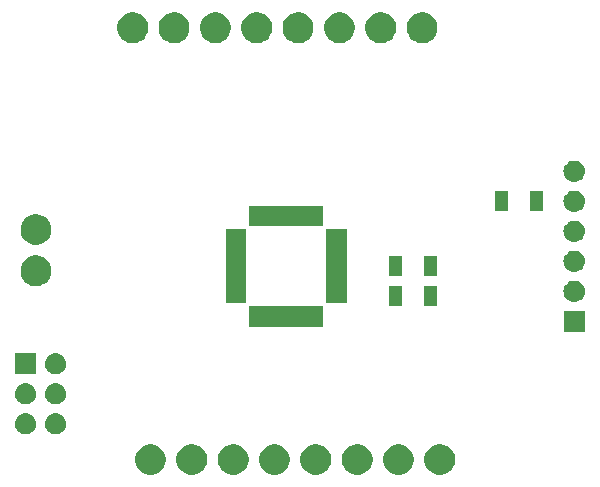
<source format=gts>
G04 #@! TF.GenerationSoftware,KiCad,Pcbnew,(5.0.1)-3*
G04 #@! TF.CreationDate,2018-10-30T14:33:32-04:00*
G04 #@! TF.ProjectId,GCEW Motor Controller MCU,47434557204D6F746F7220436F6E7472,rev?*
G04 #@! TF.SameCoordinates,Original*
G04 #@! TF.FileFunction,Soldermask,Top*
G04 #@! TF.FilePolarity,Negative*
%FSLAX46Y46*%
G04 Gerber Fmt 4.6, Leading zero omitted, Abs format (unit mm)*
G04 Created by KiCad (PCBNEW (5.0.1)-3) date 10/30/2018 2:33:32 PM*
%MOMM*%
%LPD*%
G01*
G04 APERTURE LIST*
%ADD10C,0.100000*%
G04 APERTURE END LIST*
D10*
G36*
X154379485Y-108098996D02*
X154379487Y-108098997D01*
X154379488Y-108098997D01*
X154616255Y-108197069D01*
X154829342Y-108339449D01*
X155010551Y-108520658D01*
X155152931Y-108733745D01*
X155251004Y-108970515D01*
X155301000Y-109221861D01*
X155301000Y-109478139D01*
X155251004Y-109729485D01*
X155152931Y-109966255D01*
X155010551Y-110179342D01*
X154829342Y-110360551D01*
X154829339Y-110360553D01*
X154616255Y-110502931D01*
X154379488Y-110601003D01*
X154379487Y-110601003D01*
X154379485Y-110601004D01*
X154128139Y-110651000D01*
X153871861Y-110651000D01*
X153620515Y-110601004D01*
X153620513Y-110601003D01*
X153620512Y-110601003D01*
X153383745Y-110502931D01*
X153170661Y-110360553D01*
X153170658Y-110360551D01*
X152989449Y-110179342D01*
X152847069Y-109966255D01*
X152748996Y-109729485D01*
X152699000Y-109478139D01*
X152699000Y-109221861D01*
X152748996Y-108970515D01*
X152847069Y-108733745D01*
X152989449Y-108520658D01*
X153170658Y-108339449D01*
X153383745Y-108197069D01*
X153620512Y-108098997D01*
X153620513Y-108098997D01*
X153620515Y-108098996D01*
X153871861Y-108049000D01*
X154128139Y-108049000D01*
X154379485Y-108098996D01*
X154379485Y-108098996D01*
G37*
G36*
X175379485Y-108098996D02*
X175379487Y-108098997D01*
X175379488Y-108098997D01*
X175616255Y-108197069D01*
X175829342Y-108339449D01*
X176010551Y-108520658D01*
X176152931Y-108733745D01*
X176251004Y-108970515D01*
X176301000Y-109221861D01*
X176301000Y-109478139D01*
X176251004Y-109729485D01*
X176152931Y-109966255D01*
X176010551Y-110179342D01*
X175829342Y-110360551D01*
X175829339Y-110360553D01*
X175616255Y-110502931D01*
X175379488Y-110601003D01*
X175379487Y-110601003D01*
X175379485Y-110601004D01*
X175128139Y-110651000D01*
X174871861Y-110651000D01*
X174620515Y-110601004D01*
X174620513Y-110601003D01*
X174620512Y-110601003D01*
X174383745Y-110502931D01*
X174170661Y-110360553D01*
X174170658Y-110360551D01*
X173989449Y-110179342D01*
X173847069Y-109966255D01*
X173748996Y-109729485D01*
X173699000Y-109478139D01*
X173699000Y-109221861D01*
X173748996Y-108970515D01*
X173847069Y-108733745D01*
X173989449Y-108520658D01*
X174170658Y-108339449D01*
X174383745Y-108197069D01*
X174620512Y-108098997D01*
X174620513Y-108098997D01*
X174620515Y-108098996D01*
X174871861Y-108049000D01*
X175128139Y-108049000D01*
X175379485Y-108098996D01*
X175379485Y-108098996D01*
G37*
G36*
X178879485Y-108098996D02*
X178879487Y-108098997D01*
X178879488Y-108098997D01*
X179116255Y-108197069D01*
X179329342Y-108339449D01*
X179510551Y-108520658D01*
X179652931Y-108733745D01*
X179751004Y-108970515D01*
X179801000Y-109221861D01*
X179801000Y-109478139D01*
X179751004Y-109729485D01*
X179652931Y-109966255D01*
X179510551Y-110179342D01*
X179329342Y-110360551D01*
X179329339Y-110360553D01*
X179116255Y-110502931D01*
X178879488Y-110601003D01*
X178879487Y-110601003D01*
X178879485Y-110601004D01*
X178628139Y-110651000D01*
X178371861Y-110651000D01*
X178120515Y-110601004D01*
X178120513Y-110601003D01*
X178120512Y-110601003D01*
X177883745Y-110502931D01*
X177670661Y-110360553D01*
X177670658Y-110360551D01*
X177489449Y-110179342D01*
X177347069Y-109966255D01*
X177248996Y-109729485D01*
X177199000Y-109478139D01*
X177199000Y-109221861D01*
X177248996Y-108970515D01*
X177347069Y-108733745D01*
X177489449Y-108520658D01*
X177670658Y-108339449D01*
X177883745Y-108197069D01*
X178120512Y-108098997D01*
X178120513Y-108098997D01*
X178120515Y-108098996D01*
X178371861Y-108049000D01*
X178628139Y-108049000D01*
X178879485Y-108098996D01*
X178879485Y-108098996D01*
G37*
G36*
X171879485Y-108098996D02*
X171879487Y-108098997D01*
X171879488Y-108098997D01*
X172116255Y-108197069D01*
X172329342Y-108339449D01*
X172510551Y-108520658D01*
X172652931Y-108733745D01*
X172751004Y-108970515D01*
X172801000Y-109221861D01*
X172801000Y-109478139D01*
X172751004Y-109729485D01*
X172652931Y-109966255D01*
X172510551Y-110179342D01*
X172329342Y-110360551D01*
X172329339Y-110360553D01*
X172116255Y-110502931D01*
X171879488Y-110601003D01*
X171879487Y-110601003D01*
X171879485Y-110601004D01*
X171628139Y-110651000D01*
X171371861Y-110651000D01*
X171120515Y-110601004D01*
X171120513Y-110601003D01*
X171120512Y-110601003D01*
X170883745Y-110502931D01*
X170670661Y-110360553D01*
X170670658Y-110360551D01*
X170489449Y-110179342D01*
X170347069Y-109966255D01*
X170248996Y-109729485D01*
X170199000Y-109478139D01*
X170199000Y-109221861D01*
X170248996Y-108970515D01*
X170347069Y-108733745D01*
X170489449Y-108520658D01*
X170670658Y-108339449D01*
X170883745Y-108197069D01*
X171120512Y-108098997D01*
X171120513Y-108098997D01*
X171120515Y-108098996D01*
X171371861Y-108049000D01*
X171628139Y-108049000D01*
X171879485Y-108098996D01*
X171879485Y-108098996D01*
G37*
G36*
X168379485Y-108098996D02*
X168379487Y-108098997D01*
X168379488Y-108098997D01*
X168616255Y-108197069D01*
X168829342Y-108339449D01*
X169010551Y-108520658D01*
X169152931Y-108733745D01*
X169251004Y-108970515D01*
X169301000Y-109221861D01*
X169301000Y-109478139D01*
X169251004Y-109729485D01*
X169152931Y-109966255D01*
X169010551Y-110179342D01*
X168829342Y-110360551D01*
X168829339Y-110360553D01*
X168616255Y-110502931D01*
X168379488Y-110601003D01*
X168379487Y-110601003D01*
X168379485Y-110601004D01*
X168128139Y-110651000D01*
X167871861Y-110651000D01*
X167620515Y-110601004D01*
X167620513Y-110601003D01*
X167620512Y-110601003D01*
X167383745Y-110502931D01*
X167170661Y-110360553D01*
X167170658Y-110360551D01*
X166989449Y-110179342D01*
X166847069Y-109966255D01*
X166748996Y-109729485D01*
X166699000Y-109478139D01*
X166699000Y-109221861D01*
X166748996Y-108970515D01*
X166847069Y-108733745D01*
X166989449Y-108520658D01*
X167170658Y-108339449D01*
X167383745Y-108197069D01*
X167620512Y-108098997D01*
X167620513Y-108098997D01*
X167620515Y-108098996D01*
X167871861Y-108049000D01*
X168128139Y-108049000D01*
X168379485Y-108098996D01*
X168379485Y-108098996D01*
G37*
G36*
X164879485Y-108098996D02*
X164879487Y-108098997D01*
X164879488Y-108098997D01*
X165116255Y-108197069D01*
X165329342Y-108339449D01*
X165510551Y-108520658D01*
X165652931Y-108733745D01*
X165751004Y-108970515D01*
X165801000Y-109221861D01*
X165801000Y-109478139D01*
X165751004Y-109729485D01*
X165652931Y-109966255D01*
X165510551Y-110179342D01*
X165329342Y-110360551D01*
X165329339Y-110360553D01*
X165116255Y-110502931D01*
X164879488Y-110601003D01*
X164879487Y-110601003D01*
X164879485Y-110601004D01*
X164628139Y-110651000D01*
X164371861Y-110651000D01*
X164120515Y-110601004D01*
X164120513Y-110601003D01*
X164120512Y-110601003D01*
X163883745Y-110502931D01*
X163670661Y-110360553D01*
X163670658Y-110360551D01*
X163489449Y-110179342D01*
X163347069Y-109966255D01*
X163248996Y-109729485D01*
X163199000Y-109478139D01*
X163199000Y-109221861D01*
X163248996Y-108970515D01*
X163347069Y-108733745D01*
X163489449Y-108520658D01*
X163670658Y-108339449D01*
X163883745Y-108197069D01*
X164120512Y-108098997D01*
X164120513Y-108098997D01*
X164120515Y-108098996D01*
X164371861Y-108049000D01*
X164628139Y-108049000D01*
X164879485Y-108098996D01*
X164879485Y-108098996D01*
G37*
G36*
X161379485Y-108098996D02*
X161379487Y-108098997D01*
X161379488Y-108098997D01*
X161616255Y-108197069D01*
X161829342Y-108339449D01*
X162010551Y-108520658D01*
X162152931Y-108733745D01*
X162251004Y-108970515D01*
X162301000Y-109221861D01*
X162301000Y-109478139D01*
X162251004Y-109729485D01*
X162152931Y-109966255D01*
X162010551Y-110179342D01*
X161829342Y-110360551D01*
X161829339Y-110360553D01*
X161616255Y-110502931D01*
X161379488Y-110601003D01*
X161379487Y-110601003D01*
X161379485Y-110601004D01*
X161128139Y-110651000D01*
X160871861Y-110651000D01*
X160620515Y-110601004D01*
X160620513Y-110601003D01*
X160620512Y-110601003D01*
X160383745Y-110502931D01*
X160170661Y-110360553D01*
X160170658Y-110360551D01*
X159989449Y-110179342D01*
X159847069Y-109966255D01*
X159748996Y-109729485D01*
X159699000Y-109478139D01*
X159699000Y-109221861D01*
X159748996Y-108970515D01*
X159847069Y-108733745D01*
X159989449Y-108520658D01*
X160170658Y-108339449D01*
X160383745Y-108197069D01*
X160620512Y-108098997D01*
X160620513Y-108098997D01*
X160620515Y-108098996D01*
X160871861Y-108049000D01*
X161128139Y-108049000D01*
X161379485Y-108098996D01*
X161379485Y-108098996D01*
G37*
G36*
X157879485Y-108098996D02*
X157879487Y-108098997D01*
X157879488Y-108098997D01*
X158116255Y-108197069D01*
X158329342Y-108339449D01*
X158510551Y-108520658D01*
X158652931Y-108733745D01*
X158751004Y-108970515D01*
X158801000Y-109221861D01*
X158801000Y-109478139D01*
X158751004Y-109729485D01*
X158652931Y-109966255D01*
X158510551Y-110179342D01*
X158329342Y-110360551D01*
X158329339Y-110360553D01*
X158116255Y-110502931D01*
X157879488Y-110601003D01*
X157879487Y-110601003D01*
X157879485Y-110601004D01*
X157628139Y-110651000D01*
X157371861Y-110651000D01*
X157120515Y-110601004D01*
X157120513Y-110601003D01*
X157120512Y-110601003D01*
X156883745Y-110502931D01*
X156670661Y-110360553D01*
X156670658Y-110360551D01*
X156489449Y-110179342D01*
X156347069Y-109966255D01*
X156248996Y-109729485D01*
X156199000Y-109478139D01*
X156199000Y-109221861D01*
X156248996Y-108970515D01*
X156347069Y-108733745D01*
X156489449Y-108520658D01*
X156670658Y-108339449D01*
X156883745Y-108197069D01*
X157120512Y-108098997D01*
X157120513Y-108098997D01*
X157120515Y-108098996D01*
X157371861Y-108049000D01*
X157628139Y-108049000D01*
X157879485Y-108098996D01*
X157879485Y-108098996D01*
G37*
G36*
X143535443Y-105420519D02*
X143601627Y-105427037D01*
X143714853Y-105461384D01*
X143771467Y-105478557D01*
X143910087Y-105552652D01*
X143927991Y-105562222D01*
X143963729Y-105591552D01*
X144065186Y-105674814D01*
X144148448Y-105776271D01*
X144177778Y-105812009D01*
X144177779Y-105812011D01*
X144261443Y-105968533D01*
X144261443Y-105968534D01*
X144312963Y-106138373D01*
X144330359Y-106315000D01*
X144312963Y-106491627D01*
X144278616Y-106604853D01*
X144261443Y-106661467D01*
X144187348Y-106800087D01*
X144177778Y-106817991D01*
X144148448Y-106853729D01*
X144065186Y-106955186D01*
X143963729Y-107038448D01*
X143927991Y-107067778D01*
X143927989Y-107067779D01*
X143771467Y-107151443D01*
X143714853Y-107168616D01*
X143601627Y-107202963D01*
X143535442Y-107209482D01*
X143469260Y-107216000D01*
X143380740Y-107216000D01*
X143314558Y-107209482D01*
X143248373Y-107202963D01*
X143135147Y-107168616D01*
X143078533Y-107151443D01*
X142922011Y-107067779D01*
X142922009Y-107067778D01*
X142886271Y-107038448D01*
X142784814Y-106955186D01*
X142701552Y-106853729D01*
X142672222Y-106817991D01*
X142662652Y-106800087D01*
X142588557Y-106661467D01*
X142571384Y-106604853D01*
X142537037Y-106491627D01*
X142519641Y-106315000D01*
X142537037Y-106138373D01*
X142588557Y-105968534D01*
X142588557Y-105968533D01*
X142672221Y-105812011D01*
X142672222Y-105812009D01*
X142701552Y-105776271D01*
X142784814Y-105674814D01*
X142886271Y-105591552D01*
X142922009Y-105562222D01*
X142939913Y-105552652D01*
X143078533Y-105478557D01*
X143135147Y-105461384D01*
X143248373Y-105427037D01*
X143314557Y-105420519D01*
X143380740Y-105414000D01*
X143469260Y-105414000D01*
X143535443Y-105420519D01*
X143535443Y-105420519D01*
G37*
G36*
X146075443Y-105420519D02*
X146141627Y-105427037D01*
X146254853Y-105461384D01*
X146311467Y-105478557D01*
X146450087Y-105552652D01*
X146467991Y-105562222D01*
X146503729Y-105591552D01*
X146605186Y-105674814D01*
X146688448Y-105776271D01*
X146717778Y-105812009D01*
X146717779Y-105812011D01*
X146801443Y-105968533D01*
X146801443Y-105968534D01*
X146852963Y-106138373D01*
X146870359Y-106315000D01*
X146852963Y-106491627D01*
X146818616Y-106604853D01*
X146801443Y-106661467D01*
X146727348Y-106800087D01*
X146717778Y-106817991D01*
X146688448Y-106853729D01*
X146605186Y-106955186D01*
X146503729Y-107038448D01*
X146467991Y-107067778D01*
X146467989Y-107067779D01*
X146311467Y-107151443D01*
X146254853Y-107168616D01*
X146141627Y-107202963D01*
X146075442Y-107209482D01*
X146009260Y-107216000D01*
X145920740Y-107216000D01*
X145854558Y-107209482D01*
X145788373Y-107202963D01*
X145675147Y-107168616D01*
X145618533Y-107151443D01*
X145462011Y-107067779D01*
X145462009Y-107067778D01*
X145426271Y-107038448D01*
X145324814Y-106955186D01*
X145241552Y-106853729D01*
X145212222Y-106817991D01*
X145202652Y-106800087D01*
X145128557Y-106661467D01*
X145111384Y-106604853D01*
X145077037Y-106491627D01*
X145059641Y-106315000D01*
X145077037Y-106138373D01*
X145128557Y-105968534D01*
X145128557Y-105968533D01*
X145212221Y-105812011D01*
X145212222Y-105812009D01*
X145241552Y-105776271D01*
X145324814Y-105674814D01*
X145426271Y-105591552D01*
X145462009Y-105562222D01*
X145479913Y-105552652D01*
X145618533Y-105478557D01*
X145675147Y-105461384D01*
X145788373Y-105427037D01*
X145854557Y-105420519D01*
X145920740Y-105414000D01*
X146009260Y-105414000D01*
X146075443Y-105420519D01*
X146075443Y-105420519D01*
G37*
G36*
X146075443Y-102880519D02*
X146141627Y-102887037D01*
X146254853Y-102921384D01*
X146311467Y-102938557D01*
X146450087Y-103012652D01*
X146467991Y-103022222D01*
X146503729Y-103051552D01*
X146605186Y-103134814D01*
X146688448Y-103236271D01*
X146717778Y-103272009D01*
X146717779Y-103272011D01*
X146801443Y-103428533D01*
X146801443Y-103428534D01*
X146852963Y-103598373D01*
X146870359Y-103775000D01*
X146852963Y-103951627D01*
X146818616Y-104064853D01*
X146801443Y-104121467D01*
X146727348Y-104260087D01*
X146717778Y-104277991D01*
X146688448Y-104313729D01*
X146605186Y-104415186D01*
X146503729Y-104498448D01*
X146467991Y-104527778D01*
X146467989Y-104527779D01*
X146311467Y-104611443D01*
X146254853Y-104628616D01*
X146141627Y-104662963D01*
X146075443Y-104669481D01*
X146009260Y-104676000D01*
X145920740Y-104676000D01*
X145854558Y-104669482D01*
X145788373Y-104662963D01*
X145675147Y-104628616D01*
X145618533Y-104611443D01*
X145462011Y-104527779D01*
X145462009Y-104527778D01*
X145426271Y-104498448D01*
X145324814Y-104415186D01*
X145241552Y-104313729D01*
X145212222Y-104277991D01*
X145202652Y-104260087D01*
X145128557Y-104121467D01*
X145111384Y-104064853D01*
X145077037Y-103951627D01*
X145059641Y-103775000D01*
X145077037Y-103598373D01*
X145128557Y-103428534D01*
X145128557Y-103428533D01*
X145212221Y-103272011D01*
X145212222Y-103272009D01*
X145241552Y-103236271D01*
X145324814Y-103134814D01*
X145426271Y-103051552D01*
X145462009Y-103022222D01*
X145479913Y-103012652D01*
X145618533Y-102938557D01*
X145675147Y-102921384D01*
X145788373Y-102887037D01*
X145854558Y-102880518D01*
X145920740Y-102874000D01*
X146009260Y-102874000D01*
X146075443Y-102880519D01*
X146075443Y-102880519D01*
G37*
G36*
X143535443Y-102880519D02*
X143601627Y-102887037D01*
X143714853Y-102921384D01*
X143771467Y-102938557D01*
X143910087Y-103012652D01*
X143927991Y-103022222D01*
X143963729Y-103051552D01*
X144065186Y-103134814D01*
X144148448Y-103236271D01*
X144177778Y-103272009D01*
X144177779Y-103272011D01*
X144261443Y-103428533D01*
X144261443Y-103428534D01*
X144312963Y-103598373D01*
X144330359Y-103775000D01*
X144312963Y-103951627D01*
X144278616Y-104064853D01*
X144261443Y-104121467D01*
X144187348Y-104260087D01*
X144177778Y-104277991D01*
X144148448Y-104313729D01*
X144065186Y-104415186D01*
X143963729Y-104498448D01*
X143927991Y-104527778D01*
X143927989Y-104527779D01*
X143771467Y-104611443D01*
X143714853Y-104628616D01*
X143601627Y-104662963D01*
X143535443Y-104669481D01*
X143469260Y-104676000D01*
X143380740Y-104676000D01*
X143314558Y-104669482D01*
X143248373Y-104662963D01*
X143135147Y-104628616D01*
X143078533Y-104611443D01*
X142922011Y-104527779D01*
X142922009Y-104527778D01*
X142886271Y-104498448D01*
X142784814Y-104415186D01*
X142701552Y-104313729D01*
X142672222Y-104277991D01*
X142662652Y-104260087D01*
X142588557Y-104121467D01*
X142571384Y-104064853D01*
X142537037Y-103951627D01*
X142519641Y-103775000D01*
X142537037Y-103598373D01*
X142588557Y-103428534D01*
X142588557Y-103428533D01*
X142672221Y-103272011D01*
X142672222Y-103272009D01*
X142701552Y-103236271D01*
X142784814Y-103134814D01*
X142886271Y-103051552D01*
X142922009Y-103022222D01*
X142939913Y-103012652D01*
X143078533Y-102938557D01*
X143135147Y-102921384D01*
X143248373Y-102887037D01*
X143314558Y-102880518D01*
X143380740Y-102874000D01*
X143469260Y-102874000D01*
X143535443Y-102880519D01*
X143535443Y-102880519D01*
G37*
G36*
X146075442Y-100340518D02*
X146141627Y-100347037D01*
X146254853Y-100381384D01*
X146311467Y-100398557D01*
X146450087Y-100472652D01*
X146467991Y-100482222D01*
X146503729Y-100511552D01*
X146605186Y-100594814D01*
X146688448Y-100696271D01*
X146717778Y-100732009D01*
X146717779Y-100732011D01*
X146801443Y-100888533D01*
X146801443Y-100888534D01*
X146852963Y-101058373D01*
X146870359Y-101235000D01*
X146852963Y-101411627D01*
X146818616Y-101524853D01*
X146801443Y-101581467D01*
X146727348Y-101720087D01*
X146717778Y-101737991D01*
X146688448Y-101773729D01*
X146605186Y-101875186D01*
X146503729Y-101958448D01*
X146467991Y-101987778D01*
X146467989Y-101987779D01*
X146311467Y-102071443D01*
X146254853Y-102088616D01*
X146141627Y-102122963D01*
X146075442Y-102129482D01*
X146009260Y-102136000D01*
X145920740Y-102136000D01*
X145854558Y-102129482D01*
X145788373Y-102122963D01*
X145675147Y-102088616D01*
X145618533Y-102071443D01*
X145462011Y-101987779D01*
X145462009Y-101987778D01*
X145426271Y-101958448D01*
X145324814Y-101875186D01*
X145241552Y-101773729D01*
X145212222Y-101737991D01*
X145202652Y-101720087D01*
X145128557Y-101581467D01*
X145111384Y-101524853D01*
X145077037Y-101411627D01*
X145059641Y-101235000D01*
X145077037Y-101058373D01*
X145128557Y-100888534D01*
X145128557Y-100888533D01*
X145212221Y-100732011D01*
X145212222Y-100732009D01*
X145241552Y-100696271D01*
X145324814Y-100594814D01*
X145426271Y-100511552D01*
X145462009Y-100482222D01*
X145479913Y-100472652D01*
X145618533Y-100398557D01*
X145675147Y-100381384D01*
X145788373Y-100347037D01*
X145854558Y-100340518D01*
X145920740Y-100334000D01*
X146009260Y-100334000D01*
X146075442Y-100340518D01*
X146075442Y-100340518D01*
G37*
G36*
X144326000Y-102136000D02*
X142524000Y-102136000D01*
X142524000Y-100334000D01*
X144326000Y-100334000D01*
X144326000Y-102136000D01*
X144326000Y-102136000D01*
G37*
G36*
X190776000Y-98551000D02*
X188974000Y-98551000D01*
X188974000Y-96749000D01*
X190776000Y-96749000D01*
X190776000Y-98551000D01*
X190776000Y-98551000D01*
G37*
G36*
X168626000Y-98101000D02*
X162374000Y-98101000D01*
X162374000Y-96399000D01*
X168626000Y-96399000D01*
X168626000Y-98101000D01*
X168626000Y-98101000D01*
G37*
G36*
X175301000Y-96351000D02*
X174199000Y-96351000D01*
X174199000Y-94649000D01*
X175301000Y-94649000D01*
X175301000Y-96351000D01*
X175301000Y-96351000D01*
G37*
G36*
X178301000Y-96351000D02*
X177199000Y-96351000D01*
X177199000Y-94649000D01*
X178301000Y-94649000D01*
X178301000Y-96351000D01*
X178301000Y-96351000D01*
G37*
G36*
X170601000Y-96126000D02*
X168899000Y-96126000D01*
X168899000Y-89874000D01*
X170601000Y-89874000D01*
X170601000Y-96126000D01*
X170601000Y-96126000D01*
G37*
G36*
X162101000Y-96126000D02*
X160399000Y-96126000D01*
X160399000Y-89874000D01*
X162101000Y-89874000D01*
X162101000Y-96126000D01*
X162101000Y-96126000D01*
G37*
G36*
X189985442Y-94215518D02*
X190051627Y-94222037D01*
X190164853Y-94256384D01*
X190221467Y-94273557D01*
X190360087Y-94347652D01*
X190377991Y-94357222D01*
X190412510Y-94385551D01*
X190515186Y-94469814D01*
X190598448Y-94571271D01*
X190627778Y-94607009D01*
X190627779Y-94607011D01*
X190711443Y-94763533D01*
X190711443Y-94763534D01*
X190762963Y-94933373D01*
X190780359Y-95110000D01*
X190762963Y-95286627D01*
X190751019Y-95326000D01*
X190711443Y-95456467D01*
X190702071Y-95474000D01*
X190627778Y-95612991D01*
X190598448Y-95648729D01*
X190515186Y-95750186D01*
X190413729Y-95833448D01*
X190377991Y-95862778D01*
X190377989Y-95862779D01*
X190221467Y-95946443D01*
X190164853Y-95963616D01*
X190051627Y-95997963D01*
X189985443Y-96004481D01*
X189919260Y-96011000D01*
X189830740Y-96011000D01*
X189764558Y-96004482D01*
X189698373Y-95997963D01*
X189585147Y-95963616D01*
X189528533Y-95946443D01*
X189372011Y-95862779D01*
X189372009Y-95862778D01*
X189336271Y-95833448D01*
X189234814Y-95750186D01*
X189151552Y-95648729D01*
X189122222Y-95612991D01*
X189047929Y-95474000D01*
X189038557Y-95456467D01*
X188998981Y-95326000D01*
X188987037Y-95286627D01*
X188969641Y-95110000D01*
X188987037Y-94933373D01*
X189038557Y-94763534D01*
X189038557Y-94763533D01*
X189122221Y-94607011D01*
X189122222Y-94607009D01*
X189151552Y-94571271D01*
X189234814Y-94469814D01*
X189337490Y-94385551D01*
X189372009Y-94357222D01*
X189389913Y-94347652D01*
X189528533Y-94273557D01*
X189585147Y-94256384D01*
X189698373Y-94222037D01*
X189764557Y-94215519D01*
X189830740Y-94209000D01*
X189919260Y-94209000D01*
X189985442Y-94215518D01*
X189985442Y-94215518D01*
G37*
G36*
X144679485Y-92123996D02*
X144679487Y-92123997D01*
X144679488Y-92123997D01*
X144916255Y-92222069D01*
X145129342Y-92364449D01*
X145310551Y-92545658D01*
X145310553Y-92545661D01*
X145452931Y-92758745D01*
X145518262Y-92916467D01*
X145551004Y-92995515D01*
X145601000Y-93246861D01*
X145601000Y-93503137D01*
X145551003Y-93754488D01*
X145452931Y-93991255D01*
X145310551Y-94204342D01*
X145129342Y-94385551D01*
X145129339Y-94385553D01*
X144916255Y-94527931D01*
X144679488Y-94626003D01*
X144679487Y-94626003D01*
X144679485Y-94626004D01*
X144428139Y-94676000D01*
X144171861Y-94676000D01*
X143920515Y-94626004D01*
X143920513Y-94626003D01*
X143920512Y-94626003D01*
X143683745Y-94527931D01*
X143470661Y-94385553D01*
X143470658Y-94385551D01*
X143289449Y-94204342D01*
X143147069Y-93991255D01*
X143048997Y-93754488D01*
X142999000Y-93503137D01*
X142999000Y-93246861D01*
X143048996Y-92995515D01*
X143081739Y-92916467D01*
X143147069Y-92758745D01*
X143289447Y-92545661D01*
X143289449Y-92545658D01*
X143470658Y-92364449D01*
X143683745Y-92222069D01*
X143920512Y-92123997D01*
X143920513Y-92123997D01*
X143920515Y-92123996D01*
X144171861Y-92074000D01*
X144428139Y-92074000D01*
X144679485Y-92123996D01*
X144679485Y-92123996D01*
G37*
G36*
X175301000Y-93851000D02*
X174199000Y-93851000D01*
X174199000Y-92149000D01*
X175301000Y-92149000D01*
X175301000Y-93851000D01*
X175301000Y-93851000D01*
G37*
G36*
X178301000Y-93851000D02*
X177199000Y-93851000D01*
X177199000Y-92149000D01*
X178301000Y-92149000D01*
X178301000Y-93851000D01*
X178301000Y-93851000D01*
G37*
G36*
X189985442Y-91675518D02*
X190051627Y-91682037D01*
X190164853Y-91716384D01*
X190221467Y-91733557D01*
X190360087Y-91807652D01*
X190377991Y-91817222D01*
X190413729Y-91846552D01*
X190515186Y-91929814D01*
X190598448Y-92031271D01*
X190627778Y-92067009D01*
X190627779Y-92067011D01*
X190711443Y-92223533D01*
X190711443Y-92223534D01*
X190762963Y-92393373D01*
X190780359Y-92570000D01*
X190762963Y-92746627D01*
X190759287Y-92758745D01*
X190711443Y-92916467D01*
X190706347Y-92926000D01*
X190627778Y-93072991D01*
X190598448Y-93108729D01*
X190515186Y-93210186D01*
X190413729Y-93293448D01*
X190377991Y-93322778D01*
X190377989Y-93322779D01*
X190221467Y-93406443D01*
X190164853Y-93423616D01*
X190051627Y-93457963D01*
X189985442Y-93464482D01*
X189919260Y-93471000D01*
X189830740Y-93471000D01*
X189764558Y-93464482D01*
X189698373Y-93457963D01*
X189585147Y-93423616D01*
X189528533Y-93406443D01*
X189372011Y-93322779D01*
X189372009Y-93322778D01*
X189336271Y-93293448D01*
X189234814Y-93210186D01*
X189151552Y-93108729D01*
X189122222Y-93072991D01*
X189043653Y-92926000D01*
X189038557Y-92916467D01*
X188990713Y-92758745D01*
X188987037Y-92746627D01*
X188969641Y-92570000D01*
X188987037Y-92393373D01*
X189038557Y-92223534D01*
X189038557Y-92223533D01*
X189122221Y-92067011D01*
X189122222Y-92067009D01*
X189151552Y-92031271D01*
X189234814Y-91929814D01*
X189336271Y-91846552D01*
X189372009Y-91817222D01*
X189389913Y-91807652D01*
X189528533Y-91733557D01*
X189585147Y-91716384D01*
X189698373Y-91682037D01*
X189764558Y-91675518D01*
X189830740Y-91669000D01*
X189919260Y-91669000D01*
X189985442Y-91675518D01*
X189985442Y-91675518D01*
G37*
G36*
X144679485Y-88623996D02*
X144679487Y-88623997D01*
X144679488Y-88623997D01*
X144916255Y-88722069D01*
X145129342Y-88864449D01*
X145310551Y-89045658D01*
X145310553Y-89045661D01*
X145452931Y-89258745D01*
X145507222Y-89389814D01*
X145551004Y-89495515D01*
X145601000Y-89746861D01*
X145601000Y-90003139D01*
X145551004Y-90254485D01*
X145452931Y-90491255D01*
X145310551Y-90704342D01*
X145129342Y-90885551D01*
X145129339Y-90885553D01*
X144916255Y-91027931D01*
X144679488Y-91126003D01*
X144679487Y-91126003D01*
X144679485Y-91126004D01*
X144428139Y-91176000D01*
X144171861Y-91176000D01*
X143920515Y-91126004D01*
X143920513Y-91126003D01*
X143920512Y-91126003D01*
X143683745Y-91027931D01*
X143470661Y-90885553D01*
X143470658Y-90885551D01*
X143289449Y-90704342D01*
X143147069Y-90491255D01*
X143048996Y-90254485D01*
X142999000Y-90003139D01*
X142999000Y-89746861D01*
X143048996Y-89495515D01*
X143092779Y-89389814D01*
X143147069Y-89258745D01*
X143289447Y-89045661D01*
X143289449Y-89045658D01*
X143470658Y-88864449D01*
X143683745Y-88722069D01*
X143920512Y-88623997D01*
X143920513Y-88623997D01*
X143920515Y-88623996D01*
X144171861Y-88574000D01*
X144428139Y-88574000D01*
X144679485Y-88623996D01*
X144679485Y-88623996D01*
G37*
G36*
X189985442Y-89135518D02*
X190051627Y-89142037D01*
X190164853Y-89176384D01*
X190221467Y-89193557D01*
X190343423Y-89258745D01*
X190377991Y-89277222D01*
X190413729Y-89306552D01*
X190515186Y-89389814D01*
X190598448Y-89491271D01*
X190627778Y-89527009D01*
X190627779Y-89527011D01*
X190711443Y-89683533D01*
X190711443Y-89683534D01*
X190762963Y-89853373D01*
X190780359Y-90030000D01*
X190762963Y-90206627D01*
X190728616Y-90319853D01*
X190711443Y-90376467D01*
X190650087Y-90491255D01*
X190627778Y-90532991D01*
X190598448Y-90568729D01*
X190515186Y-90670186D01*
X190413729Y-90753448D01*
X190377991Y-90782778D01*
X190377989Y-90782779D01*
X190221467Y-90866443D01*
X190164853Y-90883616D01*
X190051627Y-90917963D01*
X189985442Y-90924482D01*
X189919260Y-90931000D01*
X189830740Y-90931000D01*
X189764557Y-90924481D01*
X189698373Y-90917963D01*
X189585147Y-90883616D01*
X189528533Y-90866443D01*
X189372011Y-90782779D01*
X189372009Y-90782778D01*
X189336271Y-90753448D01*
X189234814Y-90670186D01*
X189151552Y-90568729D01*
X189122222Y-90532991D01*
X189099913Y-90491255D01*
X189038557Y-90376467D01*
X189021384Y-90319853D01*
X188987037Y-90206627D01*
X188969641Y-90030000D01*
X188987037Y-89853373D01*
X189038557Y-89683534D01*
X189038557Y-89683533D01*
X189122221Y-89527011D01*
X189122222Y-89527009D01*
X189151552Y-89491271D01*
X189234814Y-89389814D01*
X189336271Y-89306552D01*
X189372009Y-89277222D01*
X189406577Y-89258745D01*
X189528533Y-89193557D01*
X189585147Y-89176384D01*
X189698373Y-89142037D01*
X189764557Y-89135519D01*
X189830740Y-89129000D01*
X189919260Y-89129000D01*
X189985442Y-89135518D01*
X189985442Y-89135518D01*
G37*
G36*
X168626000Y-89601000D02*
X162374000Y-89601000D01*
X162374000Y-87899000D01*
X168626000Y-87899000D01*
X168626000Y-89601000D01*
X168626000Y-89601000D01*
G37*
G36*
X189985443Y-86595519D02*
X190051627Y-86602037D01*
X190164853Y-86636384D01*
X190221467Y-86653557D01*
X190360087Y-86727652D01*
X190377991Y-86737222D01*
X190413729Y-86766552D01*
X190515186Y-86849814D01*
X190598448Y-86951271D01*
X190627778Y-86987009D01*
X190627779Y-86987011D01*
X190711443Y-87143533D01*
X190711443Y-87143534D01*
X190762963Y-87313373D01*
X190780359Y-87490000D01*
X190762963Y-87666627D01*
X190728616Y-87779853D01*
X190711443Y-87836467D01*
X190678018Y-87899000D01*
X190627778Y-87992991D01*
X190598448Y-88028729D01*
X190515186Y-88130186D01*
X190413729Y-88213448D01*
X190377991Y-88242778D01*
X190377989Y-88242779D01*
X190221467Y-88326443D01*
X190164853Y-88343616D01*
X190051627Y-88377963D01*
X189985442Y-88384482D01*
X189919260Y-88391000D01*
X189830740Y-88391000D01*
X189764558Y-88384482D01*
X189698373Y-88377963D01*
X189585147Y-88343616D01*
X189528533Y-88326443D01*
X189372011Y-88242779D01*
X189372009Y-88242778D01*
X189336271Y-88213448D01*
X189234814Y-88130186D01*
X189151552Y-88028729D01*
X189122222Y-87992991D01*
X189071982Y-87899000D01*
X189038557Y-87836467D01*
X189021384Y-87779853D01*
X188987037Y-87666627D01*
X188969641Y-87490000D01*
X188987037Y-87313373D01*
X189038557Y-87143534D01*
X189038557Y-87143533D01*
X189122221Y-86987011D01*
X189122222Y-86987009D01*
X189151552Y-86951271D01*
X189234814Y-86849814D01*
X189336271Y-86766552D01*
X189372009Y-86737222D01*
X189389913Y-86727652D01*
X189528533Y-86653557D01*
X189585147Y-86636384D01*
X189698373Y-86602037D01*
X189764557Y-86595519D01*
X189830740Y-86589000D01*
X189919260Y-86589000D01*
X189985443Y-86595519D01*
X189985443Y-86595519D01*
G37*
G36*
X187276000Y-88301000D02*
X186174000Y-88301000D01*
X186174000Y-86599000D01*
X187276000Y-86599000D01*
X187276000Y-88301000D01*
X187276000Y-88301000D01*
G37*
G36*
X184276000Y-88301000D02*
X183174000Y-88301000D01*
X183174000Y-86599000D01*
X184276000Y-86599000D01*
X184276000Y-88301000D01*
X184276000Y-88301000D01*
G37*
G36*
X189985442Y-84055518D02*
X190051627Y-84062037D01*
X190164853Y-84096384D01*
X190221467Y-84113557D01*
X190360087Y-84187652D01*
X190377991Y-84197222D01*
X190413729Y-84226552D01*
X190515186Y-84309814D01*
X190598448Y-84411271D01*
X190627778Y-84447009D01*
X190627779Y-84447011D01*
X190711443Y-84603533D01*
X190711443Y-84603534D01*
X190762963Y-84773373D01*
X190780359Y-84950000D01*
X190762963Y-85126627D01*
X190728616Y-85239853D01*
X190711443Y-85296467D01*
X190637348Y-85435087D01*
X190627778Y-85452991D01*
X190598448Y-85488729D01*
X190515186Y-85590186D01*
X190413729Y-85673448D01*
X190377991Y-85702778D01*
X190377989Y-85702779D01*
X190221467Y-85786443D01*
X190164853Y-85803616D01*
X190051627Y-85837963D01*
X189985442Y-85844482D01*
X189919260Y-85851000D01*
X189830740Y-85851000D01*
X189764558Y-85844482D01*
X189698373Y-85837963D01*
X189585147Y-85803616D01*
X189528533Y-85786443D01*
X189372011Y-85702779D01*
X189372009Y-85702778D01*
X189336271Y-85673448D01*
X189234814Y-85590186D01*
X189151552Y-85488729D01*
X189122222Y-85452991D01*
X189112652Y-85435087D01*
X189038557Y-85296467D01*
X189021384Y-85239853D01*
X188987037Y-85126627D01*
X188969641Y-84950000D01*
X188987037Y-84773373D01*
X189038557Y-84603534D01*
X189038557Y-84603533D01*
X189122221Y-84447011D01*
X189122222Y-84447009D01*
X189151552Y-84411271D01*
X189234814Y-84309814D01*
X189336271Y-84226552D01*
X189372009Y-84197222D01*
X189389913Y-84187652D01*
X189528533Y-84113557D01*
X189585147Y-84096384D01*
X189698373Y-84062037D01*
X189764558Y-84055518D01*
X189830740Y-84049000D01*
X189919260Y-84049000D01*
X189985442Y-84055518D01*
X189985442Y-84055518D01*
G37*
G36*
X177379485Y-71548996D02*
X177379487Y-71548997D01*
X177379488Y-71548997D01*
X177616255Y-71647069D01*
X177829342Y-71789449D01*
X178010551Y-71970658D01*
X178152931Y-72183745D01*
X178251004Y-72420515D01*
X178301000Y-72671861D01*
X178301000Y-72928139D01*
X178251004Y-73179485D01*
X178152931Y-73416255D01*
X178010551Y-73629342D01*
X177829342Y-73810551D01*
X177829339Y-73810553D01*
X177616255Y-73952931D01*
X177379488Y-74051003D01*
X177379487Y-74051003D01*
X177379485Y-74051004D01*
X177128139Y-74101000D01*
X176871861Y-74101000D01*
X176620515Y-74051004D01*
X176620513Y-74051003D01*
X176620512Y-74051003D01*
X176383745Y-73952931D01*
X176170661Y-73810553D01*
X176170658Y-73810551D01*
X175989449Y-73629342D01*
X175847069Y-73416255D01*
X175748996Y-73179485D01*
X175699000Y-72928139D01*
X175699000Y-72671861D01*
X175748996Y-72420515D01*
X175847069Y-72183745D01*
X175989449Y-71970658D01*
X176170658Y-71789449D01*
X176383745Y-71647069D01*
X176620512Y-71548997D01*
X176620513Y-71548997D01*
X176620515Y-71548996D01*
X176871861Y-71499000D01*
X177128139Y-71499000D01*
X177379485Y-71548996D01*
X177379485Y-71548996D01*
G37*
G36*
X173879485Y-71548996D02*
X173879487Y-71548997D01*
X173879488Y-71548997D01*
X174116255Y-71647069D01*
X174329342Y-71789449D01*
X174510551Y-71970658D01*
X174652931Y-72183745D01*
X174751004Y-72420515D01*
X174801000Y-72671861D01*
X174801000Y-72928139D01*
X174751004Y-73179485D01*
X174652931Y-73416255D01*
X174510551Y-73629342D01*
X174329342Y-73810551D01*
X174329339Y-73810553D01*
X174116255Y-73952931D01*
X173879488Y-74051003D01*
X173879487Y-74051003D01*
X173879485Y-74051004D01*
X173628139Y-74101000D01*
X173371861Y-74101000D01*
X173120515Y-74051004D01*
X173120513Y-74051003D01*
X173120512Y-74051003D01*
X172883745Y-73952931D01*
X172670661Y-73810553D01*
X172670658Y-73810551D01*
X172489449Y-73629342D01*
X172347069Y-73416255D01*
X172248996Y-73179485D01*
X172199000Y-72928139D01*
X172199000Y-72671861D01*
X172248996Y-72420515D01*
X172347069Y-72183745D01*
X172489449Y-71970658D01*
X172670658Y-71789449D01*
X172883745Y-71647069D01*
X173120512Y-71548997D01*
X173120513Y-71548997D01*
X173120515Y-71548996D01*
X173371861Y-71499000D01*
X173628139Y-71499000D01*
X173879485Y-71548996D01*
X173879485Y-71548996D01*
G37*
G36*
X170379485Y-71548996D02*
X170379487Y-71548997D01*
X170379488Y-71548997D01*
X170616255Y-71647069D01*
X170829342Y-71789449D01*
X171010551Y-71970658D01*
X171152931Y-72183745D01*
X171251004Y-72420515D01*
X171301000Y-72671861D01*
X171301000Y-72928139D01*
X171251004Y-73179485D01*
X171152931Y-73416255D01*
X171010551Y-73629342D01*
X170829342Y-73810551D01*
X170829339Y-73810553D01*
X170616255Y-73952931D01*
X170379488Y-74051003D01*
X170379487Y-74051003D01*
X170379485Y-74051004D01*
X170128139Y-74101000D01*
X169871861Y-74101000D01*
X169620515Y-74051004D01*
X169620513Y-74051003D01*
X169620512Y-74051003D01*
X169383745Y-73952931D01*
X169170661Y-73810553D01*
X169170658Y-73810551D01*
X168989449Y-73629342D01*
X168847069Y-73416255D01*
X168748996Y-73179485D01*
X168699000Y-72928139D01*
X168699000Y-72671861D01*
X168748996Y-72420515D01*
X168847069Y-72183745D01*
X168989449Y-71970658D01*
X169170658Y-71789449D01*
X169383745Y-71647069D01*
X169620512Y-71548997D01*
X169620513Y-71548997D01*
X169620515Y-71548996D01*
X169871861Y-71499000D01*
X170128139Y-71499000D01*
X170379485Y-71548996D01*
X170379485Y-71548996D01*
G37*
G36*
X166879485Y-71548996D02*
X166879487Y-71548997D01*
X166879488Y-71548997D01*
X167116255Y-71647069D01*
X167329342Y-71789449D01*
X167510551Y-71970658D01*
X167652931Y-72183745D01*
X167751004Y-72420515D01*
X167801000Y-72671861D01*
X167801000Y-72928139D01*
X167751004Y-73179485D01*
X167652931Y-73416255D01*
X167510551Y-73629342D01*
X167329342Y-73810551D01*
X167329339Y-73810553D01*
X167116255Y-73952931D01*
X166879488Y-74051003D01*
X166879487Y-74051003D01*
X166879485Y-74051004D01*
X166628139Y-74101000D01*
X166371861Y-74101000D01*
X166120515Y-74051004D01*
X166120513Y-74051003D01*
X166120512Y-74051003D01*
X165883745Y-73952931D01*
X165670661Y-73810553D01*
X165670658Y-73810551D01*
X165489449Y-73629342D01*
X165347069Y-73416255D01*
X165248996Y-73179485D01*
X165199000Y-72928139D01*
X165199000Y-72671861D01*
X165248996Y-72420515D01*
X165347069Y-72183745D01*
X165489449Y-71970658D01*
X165670658Y-71789449D01*
X165883745Y-71647069D01*
X166120512Y-71548997D01*
X166120513Y-71548997D01*
X166120515Y-71548996D01*
X166371861Y-71499000D01*
X166628139Y-71499000D01*
X166879485Y-71548996D01*
X166879485Y-71548996D01*
G37*
G36*
X163379485Y-71548996D02*
X163379487Y-71548997D01*
X163379488Y-71548997D01*
X163616255Y-71647069D01*
X163829342Y-71789449D01*
X164010551Y-71970658D01*
X164152931Y-72183745D01*
X164251004Y-72420515D01*
X164301000Y-72671861D01*
X164301000Y-72928139D01*
X164251004Y-73179485D01*
X164152931Y-73416255D01*
X164010551Y-73629342D01*
X163829342Y-73810551D01*
X163829339Y-73810553D01*
X163616255Y-73952931D01*
X163379488Y-74051003D01*
X163379487Y-74051003D01*
X163379485Y-74051004D01*
X163128139Y-74101000D01*
X162871861Y-74101000D01*
X162620515Y-74051004D01*
X162620513Y-74051003D01*
X162620512Y-74051003D01*
X162383745Y-73952931D01*
X162170661Y-73810553D01*
X162170658Y-73810551D01*
X161989449Y-73629342D01*
X161847069Y-73416255D01*
X161748996Y-73179485D01*
X161699000Y-72928139D01*
X161699000Y-72671861D01*
X161748996Y-72420515D01*
X161847069Y-72183745D01*
X161989449Y-71970658D01*
X162170658Y-71789449D01*
X162383745Y-71647069D01*
X162620512Y-71548997D01*
X162620513Y-71548997D01*
X162620515Y-71548996D01*
X162871861Y-71499000D01*
X163128139Y-71499000D01*
X163379485Y-71548996D01*
X163379485Y-71548996D01*
G37*
G36*
X159879485Y-71548996D02*
X159879487Y-71548997D01*
X159879488Y-71548997D01*
X160116255Y-71647069D01*
X160329342Y-71789449D01*
X160510551Y-71970658D01*
X160652931Y-72183745D01*
X160751004Y-72420515D01*
X160801000Y-72671861D01*
X160801000Y-72928139D01*
X160751004Y-73179485D01*
X160652931Y-73416255D01*
X160510551Y-73629342D01*
X160329342Y-73810551D01*
X160329339Y-73810553D01*
X160116255Y-73952931D01*
X159879488Y-74051003D01*
X159879487Y-74051003D01*
X159879485Y-74051004D01*
X159628139Y-74101000D01*
X159371861Y-74101000D01*
X159120515Y-74051004D01*
X159120513Y-74051003D01*
X159120512Y-74051003D01*
X158883745Y-73952931D01*
X158670661Y-73810553D01*
X158670658Y-73810551D01*
X158489449Y-73629342D01*
X158347069Y-73416255D01*
X158248996Y-73179485D01*
X158199000Y-72928139D01*
X158199000Y-72671861D01*
X158248996Y-72420515D01*
X158347069Y-72183745D01*
X158489449Y-71970658D01*
X158670658Y-71789449D01*
X158883745Y-71647069D01*
X159120512Y-71548997D01*
X159120513Y-71548997D01*
X159120515Y-71548996D01*
X159371861Y-71499000D01*
X159628139Y-71499000D01*
X159879485Y-71548996D01*
X159879485Y-71548996D01*
G37*
G36*
X156379485Y-71548996D02*
X156379487Y-71548997D01*
X156379488Y-71548997D01*
X156616255Y-71647069D01*
X156829342Y-71789449D01*
X157010551Y-71970658D01*
X157152931Y-72183745D01*
X157251004Y-72420515D01*
X157301000Y-72671861D01*
X157301000Y-72928139D01*
X157251004Y-73179485D01*
X157152931Y-73416255D01*
X157010551Y-73629342D01*
X156829342Y-73810551D01*
X156829339Y-73810553D01*
X156616255Y-73952931D01*
X156379488Y-74051003D01*
X156379487Y-74051003D01*
X156379485Y-74051004D01*
X156128139Y-74101000D01*
X155871861Y-74101000D01*
X155620515Y-74051004D01*
X155620513Y-74051003D01*
X155620512Y-74051003D01*
X155383745Y-73952931D01*
X155170661Y-73810553D01*
X155170658Y-73810551D01*
X154989449Y-73629342D01*
X154847069Y-73416255D01*
X154748996Y-73179485D01*
X154699000Y-72928139D01*
X154699000Y-72671861D01*
X154748996Y-72420515D01*
X154847069Y-72183745D01*
X154989449Y-71970658D01*
X155170658Y-71789449D01*
X155383745Y-71647069D01*
X155620512Y-71548997D01*
X155620513Y-71548997D01*
X155620515Y-71548996D01*
X155871861Y-71499000D01*
X156128139Y-71499000D01*
X156379485Y-71548996D01*
X156379485Y-71548996D01*
G37*
G36*
X152879485Y-71548996D02*
X152879487Y-71548997D01*
X152879488Y-71548997D01*
X153116255Y-71647069D01*
X153329342Y-71789449D01*
X153510551Y-71970658D01*
X153652931Y-72183745D01*
X153751004Y-72420515D01*
X153801000Y-72671861D01*
X153801000Y-72928139D01*
X153751004Y-73179485D01*
X153652931Y-73416255D01*
X153510551Y-73629342D01*
X153329342Y-73810551D01*
X153329339Y-73810553D01*
X153116255Y-73952931D01*
X152879488Y-74051003D01*
X152879487Y-74051003D01*
X152879485Y-74051004D01*
X152628139Y-74101000D01*
X152371861Y-74101000D01*
X152120515Y-74051004D01*
X152120513Y-74051003D01*
X152120512Y-74051003D01*
X151883745Y-73952931D01*
X151670661Y-73810553D01*
X151670658Y-73810551D01*
X151489449Y-73629342D01*
X151347069Y-73416255D01*
X151248996Y-73179485D01*
X151199000Y-72928139D01*
X151199000Y-72671861D01*
X151248996Y-72420515D01*
X151347069Y-72183745D01*
X151489449Y-71970658D01*
X151670658Y-71789449D01*
X151883745Y-71647069D01*
X152120512Y-71548997D01*
X152120513Y-71548997D01*
X152120515Y-71548996D01*
X152371861Y-71499000D01*
X152628139Y-71499000D01*
X152879485Y-71548996D01*
X152879485Y-71548996D01*
G37*
M02*

</source>
